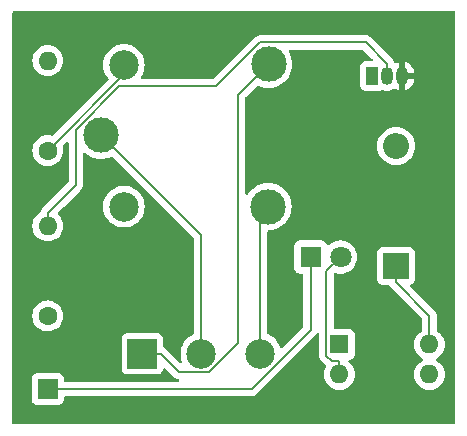
<source format=gbr>
%TF.GenerationSoftware,KiCad,Pcbnew,8.0.3*%
%TF.CreationDate,2024-08-06T14:14:26-07:00*%
%TF.ProjectId,ESP8266_HomAuto,45535038-3236-4365-9f48-6f6d4175746f,rev?*%
%TF.SameCoordinates,Original*%
%TF.FileFunction,Copper,L2,Bot*%
%TF.FilePolarity,Positive*%
%FSLAX46Y46*%
G04 Gerber Fmt 4.6, Leading zero omitted, Abs format (unit mm)*
G04 Created by KiCad (PCBNEW 8.0.3) date 2024-08-06 14:14:26*
%MOMM*%
%LPD*%
G01*
G04 APERTURE LIST*
%TA.AperFunction,ComponentPad*%
%ADD10O,1.600000X1.600000*%
%TD*%
%TA.AperFunction,ComponentPad*%
%ADD11C,1.600000*%
%TD*%
%TA.AperFunction,ComponentPad*%
%ADD12R,1.600000X1.600000*%
%TD*%
%TA.AperFunction,ComponentPad*%
%ADD13O,1.050000X1.500000*%
%TD*%
%TA.AperFunction,ComponentPad*%
%ADD14R,1.050000X1.500000*%
%TD*%
%TA.AperFunction,ComponentPad*%
%ADD15C,3.000000*%
%TD*%
%TA.AperFunction,ComponentPad*%
%ADD16C,2.500000*%
%TD*%
%TA.AperFunction,ComponentPad*%
%ADD17R,2.500000X2.500000*%
%TD*%
%TA.AperFunction,ComponentPad*%
%ADD18R,1.700000X1.700000*%
%TD*%
%TA.AperFunction,ComponentPad*%
%ADD19R,2.200000X2.200000*%
%TD*%
%TA.AperFunction,ComponentPad*%
%ADD20O,2.200000X2.200000*%
%TD*%
%TA.AperFunction,ComponentPad*%
%ADD21R,1.800000X1.800000*%
%TD*%
%TA.AperFunction,ComponentPad*%
%ADD22C,1.800000*%
%TD*%
%TA.AperFunction,Conductor*%
%ADD23C,0.200000*%
%TD*%
G04 APERTURE END LIST*
D10*
%TO.P,R2,2*%
%TO.N,Net-(Q1-B)*%
X113500000Y-80690000D03*
D11*
%TO.P,R2,1*%
%TO.N,Net-(R2-Pad1)*%
X113500000Y-88310000D03*
%TD*%
%TO.P,R1,1*%
%TO.N,+5V*%
X113500000Y-74310000D03*
D10*
%TO.P,R1,2*%
%TO.N,Net-(R1-Pad2)*%
X113500000Y-66690000D03*
%TD*%
D12*
%TO.P,U1,1*%
%TO.N,Net-(R1-Pad2)*%
X138200000Y-90725000D03*
D10*
%TO.P,U1,2*%
%TO.N,Net-(D1-A)*%
X138200000Y-93265000D03*
%TO.P,U1,3*%
%TO.N,Net-(R2-Pad1)*%
X145820000Y-93265000D03*
%TO.P,U1,4*%
%TO.N,+5V*%
X145820000Y-90725000D03*
%TD*%
D13*
%TO.P,Q1,3,E*%
%TO.N,GND*%
X143500000Y-68000000D03*
%TO.P,Q1,2,B*%
%TO.N,Net-(Q1-B)*%
X142230000Y-68000000D03*
D14*
%TO.P,Q1,1,C*%
%TO.N,Net-(D2-A)*%
X140960000Y-68000000D03*
%TD*%
D15*
%TO.P,K1,1*%
%TO.N,Net-(J2-Pin_2)*%
X118000000Y-73000000D03*
D16*
%TO.P,K1,2*%
%TO.N,Net-(D2-A)*%
X119950000Y-79050000D03*
D15*
%TO.P,K1,3*%
%TO.N,Net-(J2-Pin_3)*%
X132150000Y-79050000D03*
%TO.P,K1,4*%
%TO.N,Net-(J2-Pin_1)*%
X132200000Y-67000000D03*
D16*
%TO.P,K1,5*%
%TO.N,+5V*%
X119950000Y-67050000D03*
%TD*%
D17*
%TO.P,J2,1,Pin_1*%
%TO.N,Net-(J2-Pin_1)*%
X121500000Y-91500000D03*
D16*
%TO.P,J2,2,Pin_2*%
%TO.N,Net-(J2-Pin_2)*%
X126500000Y-91500000D03*
%TO.P,J2,3,Pin_3*%
%TO.N,Net-(J2-Pin_3)*%
X131500000Y-91500000D03*
%TD*%
D18*
%TO.P,J1,1,Pin_1*%
%TO.N,Net-(D1-K)*%
X113500000Y-94500000D03*
%TD*%
D19*
%TO.P,D2,1,K*%
%TO.N,+5V*%
X143000000Y-84080000D03*
D20*
%TO.P,D2,2,A*%
%TO.N,Net-(D2-A)*%
X143000000Y-73920000D03*
%TD*%
D21*
%TO.P,D1,1,K*%
%TO.N,Net-(D1-K)*%
X135750000Y-83325000D03*
D22*
%TO.P,D1,2,A*%
%TO.N,Net-(D1-A)*%
X138290000Y-83325000D03*
%TD*%
D23*
%TO.N,Net-(Q1-B)*%
X115868600Y-77219700D02*
X113500000Y-79588300D01*
X115868600Y-72565700D02*
X115868600Y-77219700D01*
X119561100Y-68873200D02*
X115868600Y-72565700D01*
X127745500Y-68873200D02*
X119561100Y-68873200D01*
X131461300Y-65157400D02*
X127745500Y-68873200D01*
X140439100Y-65157400D02*
X131461300Y-65157400D01*
X142230000Y-66948300D02*
X140439100Y-65157400D01*
X142230000Y-68000000D02*
X142230000Y-66948300D01*
X113500000Y-80690000D02*
X113500000Y-79588300D01*
%TO.N,Net-(J2-Pin_3)*%
X131500000Y-79700000D02*
X132150000Y-79050000D01*
X131500000Y-91500000D02*
X131500000Y-79700000D01*
%TO.N,Net-(J2-Pin_1)*%
X121500000Y-91500000D02*
X123051700Y-91500000D01*
X124612600Y-93060900D02*
X123051700Y-91500000D01*
X127166300Y-93060900D02*
X124612600Y-93060900D01*
X129616300Y-90610900D02*
X127166300Y-93060900D01*
X129616300Y-69583700D02*
X129616300Y-90610900D01*
X132200000Y-67000000D02*
X129616300Y-69583700D01*
%TO.N,Net-(J2-Pin_2)*%
X126500000Y-81500000D02*
X118000000Y-73000000D01*
X126500000Y-91500000D02*
X126500000Y-81500000D01*
%TO.N,+5V*%
X145820000Y-88301700D02*
X145820000Y-90725000D01*
X143000000Y-85481700D02*
X145820000Y-88301700D01*
X143000000Y-84080000D02*
X143000000Y-85481700D01*
X119950000Y-67860000D02*
X119950000Y-67050000D01*
X113500000Y-74310000D02*
X119950000Y-67860000D01*
%TO.N,Net-(D1-K)*%
X130752500Y-94500000D02*
X113500000Y-94500000D01*
X135750000Y-89502500D02*
X130752500Y-94500000D01*
X135750000Y-83325000D02*
X135750000Y-89502500D01*
%TO.N,Net-(D1-A)*%
X137582100Y-92163300D02*
X138200000Y-92163300D01*
X137098300Y-91679500D02*
X137582100Y-92163300D01*
X137098300Y-84516700D02*
X137098300Y-91679500D01*
X138290000Y-83325000D02*
X137098300Y-84516700D01*
X138200000Y-93265000D02*
X138200000Y-92163300D01*
%TD*%
%TA.AperFunction,Conductor*%
%TO.N,GND*%
G36*
X147942539Y-62520185D02*
G01*
X147988294Y-62572989D01*
X147999500Y-62624500D01*
X147999500Y-97375500D01*
X147979815Y-97442539D01*
X147927011Y-97488294D01*
X147875500Y-97499500D01*
X110624500Y-97499500D01*
X110557461Y-97479815D01*
X110511706Y-97427011D01*
X110500500Y-97375500D01*
X110500500Y-93602135D01*
X112149500Y-93602135D01*
X112149500Y-95397870D01*
X112149501Y-95397876D01*
X112155908Y-95457483D01*
X112206202Y-95592328D01*
X112206206Y-95592335D01*
X112292452Y-95707544D01*
X112292455Y-95707547D01*
X112407664Y-95793793D01*
X112407671Y-95793797D01*
X112542517Y-95844091D01*
X112542516Y-95844091D01*
X112549444Y-95844835D01*
X112602127Y-95850500D01*
X114397872Y-95850499D01*
X114457483Y-95844091D01*
X114592331Y-95793796D01*
X114707546Y-95707546D01*
X114793796Y-95592331D01*
X114844091Y-95457483D01*
X114850500Y-95397873D01*
X114850500Y-95224500D01*
X114870185Y-95157461D01*
X114922989Y-95111706D01*
X114974500Y-95100500D01*
X130665831Y-95100500D01*
X130665847Y-95100501D01*
X130673443Y-95100501D01*
X130831554Y-95100501D01*
X130831557Y-95100501D01*
X130984285Y-95059577D01*
X131034404Y-95030639D01*
X131121216Y-94980520D01*
X131233020Y-94868716D01*
X131233020Y-94868714D01*
X131243228Y-94858507D01*
X131243230Y-94858504D01*
X136108506Y-89993228D01*
X136108511Y-89993224D01*
X136118714Y-89983020D01*
X136118716Y-89983020D01*
X136230520Y-89871216D01*
X136266413Y-89809046D01*
X136316979Y-89760832D01*
X136385586Y-89747608D01*
X136450451Y-89773576D01*
X136490980Y-89830490D01*
X136497800Y-89871047D01*
X136497800Y-91592830D01*
X136497799Y-91592848D01*
X136497799Y-91758554D01*
X136497798Y-91758554D01*
X136497799Y-91758557D01*
X136531022Y-91882546D01*
X136538724Y-91911287D01*
X136556247Y-91941637D01*
X136556248Y-91941639D01*
X136617777Y-92048212D01*
X136617781Y-92048217D01*
X137043781Y-92474217D01*
X137077266Y-92535540D01*
X137072282Y-92605232D01*
X137068482Y-92614303D01*
X136982882Y-92797873D01*
X136973262Y-92818502D01*
X136973258Y-92818511D01*
X136914366Y-93038302D01*
X136914364Y-93038313D01*
X136894532Y-93264998D01*
X136894532Y-93265001D01*
X136914364Y-93491686D01*
X136914366Y-93491697D01*
X136973258Y-93711488D01*
X136973261Y-93711497D01*
X137069431Y-93917732D01*
X137069432Y-93917734D01*
X137199954Y-94104141D01*
X137360858Y-94265045D01*
X137360861Y-94265047D01*
X137547266Y-94395568D01*
X137753504Y-94491739D01*
X137973308Y-94550635D01*
X138135230Y-94564801D01*
X138199998Y-94570468D01*
X138200000Y-94570468D01*
X138200002Y-94570468D01*
X138256673Y-94565509D01*
X138426692Y-94550635D01*
X138646496Y-94491739D01*
X138852734Y-94395568D01*
X139039139Y-94265047D01*
X139200047Y-94104139D01*
X139330568Y-93917734D01*
X139426739Y-93711496D01*
X139485635Y-93491692D01*
X139505468Y-93265000D01*
X139504199Y-93250500D01*
X139499238Y-93193793D01*
X139485635Y-93038308D01*
X139426739Y-92818504D01*
X139330568Y-92612266D01*
X139200047Y-92425861D01*
X139200045Y-92425858D01*
X139039143Y-92264956D01*
X139014536Y-92247726D01*
X138970912Y-92193149D01*
X138963719Y-92123650D01*
X138995241Y-92061296D01*
X139055471Y-92025882D01*
X139072404Y-92022861D01*
X139107483Y-92019091D01*
X139242331Y-91968796D01*
X139357546Y-91882546D01*
X139443796Y-91767331D01*
X139494091Y-91632483D01*
X139500500Y-91572873D01*
X139500499Y-89877128D01*
X139494091Y-89817517D01*
X139490932Y-89809048D01*
X139443797Y-89682671D01*
X139443793Y-89682664D01*
X139357547Y-89567455D01*
X139357544Y-89567452D01*
X139242335Y-89481206D01*
X139242328Y-89481202D01*
X139107482Y-89430908D01*
X139107483Y-89430908D01*
X139047883Y-89424501D01*
X139047881Y-89424500D01*
X139047873Y-89424500D01*
X139047865Y-89424500D01*
X137822800Y-89424500D01*
X137755761Y-89404815D01*
X137710006Y-89352011D01*
X137698800Y-89300500D01*
X137698800Y-84816797D01*
X137718485Y-84749758D01*
X137735114Y-84729120D01*
X137765160Y-84699074D01*
X137826480Y-84665590D01*
X137893101Y-84669474D01*
X137945019Y-84687298D01*
X138173951Y-84725500D01*
X138173952Y-84725500D01*
X138406048Y-84725500D01*
X138406049Y-84725500D01*
X138634981Y-84687298D01*
X138854503Y-84611936D01*
X139058626Y-84501470D01*
X139241784Y-84358913D01*
X139398979Y-84188153D01*
X139525924Y-83993849D01*
X139619157Y-83781300D01*
X139676134Y-83556305D01*
X139695300Y-83325000D01*
X139695300Y-83324993D01*
X139676135Y-83093702D01*
X139676133Y-83093691D01*
X139635221Y-82932135D01*
X141399500Y-82932135D01*
X141399500Y-85227870D01*
X141399501Y-85227876D01*
X141405908Y-85287483D01*
X141456202Y-85422328D01*
X141456206Y-85422335D01*
X141542452Y-85537544D01*
X141542455Y-85537547D01*
X141657664Y-85623793D01*
X141657671Y-85623797D01*
X141657674Y-85623798D01*
X141792517Y-85674091D01*
X141852127Y-85680500D01*
X142349788Y-85680499D01*
X142416827Y-85700183D01*
X142457172Y-85742495D01*
X142469360Y-85763604D01*
X142519479Y-85850414D01*
X142519481Y-85850417D01*
X142638349Y-85969285D01*
X142638355Y-85969290D01*
X145183181Y-88514116D01*
X145216666Y-88575439D01*
X145219500Y-88601797D01*
X145219500Y-89493306D01*
X145199815Y-89560345D01*
X145166623Y-89594881D01*
X144980859Y-89724953D01*
X144819954Y-89885858D01*
X144689432Y-90072265D01*
X144689431Y-90072267D01*
X144593261Y-90278502D01*
X144593258Y-90278511D01*
X144534366Y-90498302D01*
X144534364Y-90498313D01*
X144514532Y-90724998D01*
X144514532Y-90725001D01*
X144534364Y-90951686D01*
X144534366Y-90951697D01*
X144593258Y-91171488D01*
X144593261Y-91171497D01*
X144689431Y-91377732D01*
X144689432Y-91377734D01*
X144819954Y-91564141D01*
X144980858Y-91725045D01*
X144980861Y-91725047D01*
X145167266Y-91855568D01*
X145225275Y-91882618D01*
X145277714Y-91928791D01*
X145296866Y-91995984D01*
X145276650Y-92062865D01*
X145225275Y-92107382D01*
X145167267Y-92134431D01*
X145167265Y-92134432D01*
X144980858Y-92264954D01*
X144819954Y-92425858D01*
X144689432Y-92612265D01*
X144689431Y-92612267D01*
X144593261Y-92818502D01*
X144593258Y-92818511D01*
X144534366Y-93038302D01*
X144534364Y-93038313D01*
X144514532Y-93264998D01*
X144514532Y-93265001D01*
X144534364Y-93491686D01*
X144534366Y-93491697D01*
X144593258Y-93711488D01*
X144593261Y-93711497D01*
X144689431Y-93917732D01*
X144689432Y-93917734D01*
X144819954Y-94104141D01*
X144980858Y-94265045D01*
X144980861Y-94265047D01*
X145167266Y-94395568D01*
X145373504Y-94491739D01*
X145593308Y-94550635D01*
X145755230Y-94564801D01*
X145819998Y-94570468D01*
X145820000Y-94570468D01*
X145820002Y-94570468D01*
X145876673Y-94565509D01*
X146046692Y-94550635D01*
X146266496Y-94491739D01*
X146472734Y-94395568D01*
X146659139Y-94265047D01*
X146820047Y-94104139D01*
X146950568Y-93917734D01*
X147046739Y-93711496D01*
X147105635Y-93491692D01*
X147125468Y-93265000D01*
X147124199Y-93250500D01*
X147119238Y-93193793D01*
X147105635Y-93038308D01*
X147046739Y-92818504D01*
X146950568Y-92612266D01*
X146820047Y-92425861D01*
X146820045Y-92425858D01*
X146659141Y-92264954D01*
X146472734Y-92134432D01*
X146472728Y-92134429D01*
X146414725Y-92107382D01*
X146362285Y-92061210D01*
X146343133Y-91994017D01*
X146363348Y-91927135D01*
X146414725Y-91882618D01*
X146472734Y-91855568D01*
X146659139Y-91725047D01*
X146820047Y-91564139D01*
X146950568Y-91377734D01*
X147046739Y-91171496D01*
X147105635Y-90951692D01*
X147125468Y-90725000D01*
X147105635Y-90498308D01*
X147046739Y-90278504D01*
X146950568Y-90072266D01*
X146824664Y-89892455D01*
X146820045Y-89885858D01*
X146659140Y-89724953D01*
X146473377Y-89594881D01*
X146429752Y-89540304D01*
X146420500Y-89493306D01*
X146420500Y-88222645D01*
X146420500Y-88222643D01*
X146383166Y-88083308D01*
X146379577Y-88069915D01*
X146350639Y-88019795D01*
X146300520Y-87932984D01*
X146188716Y-87821180D01*
X146188715Y-87821179D01*
X146184385Y-87816849D01*
X146184374Y-87816839D01*
X144223117Y-85855582D01*
X144189632Y-85794259D01*
X144194616Y-85724567D01*
X144236488Y-85668634D01*
X144267466Y-85651719D01*
X144342326Y-85623798D01*
X144342326Y-85623797D01*
X144342331Y-85623796D01*
X144457546Y-85537546D01*
X144543796Y-85422331D01*
X144594091Y-85287483D01*
X144600500Y-85227873D01*
X144600499Y-82932128D01*
X144594091Y-82872517D01*
X144592667Y-82868700D01*
X144543797Y-82737671D01*
X144543793Y-82737664D01*
X144457547Y-82622455D01*
X144457544Y-82622452D01*
X144342335Y-82536206D01*
X144342328Y-82536202D01*
X144207482Y-82485908D01*
X144207483Y-82485908D01*
X144147883Y-82479501D01*
X144147881Y-82479500D01*
X144147873Y-82479500D01*
X144147864Y-82479500D01*
X141852129Y-82479500D01*
X141852123Y-82479501D01*
X141792516Y-82485908D01*
X141657671Y-82536202D01*
X141657664Y-82536206D01*
X141542455Y-82622452D01*
X141542452Y-82622455D01*
X141456206Y-82737664D01*
X141456202Y-82737671D01*
X141405908Y-82872517D01*
X141399501Y-82932116D01*
X141399501Y-82932123D01*
X141399500Y-82932135D01*
X139635221Y-82932135D01*
X139619157Y-82868699D01*
X139525924Y-82656151D01*
X139398983Y-82461852D01*
X139398980Y-82461849D01*
X139398979Y-82461847D01*
X139241784Y-82291087D01*
X139241779Y-82291083D01*
X139241777Y-82291081D01*
X139058634Y-82148535D01*
X139058628Y-82148531D01*
X138854504Y-82038064D01*
X138854495Y-82038061D01*
X138634984Y-81962702D01*
X138444450Y-81930908D01*
X138406049Y-81924500D01*
X138173951Y-81924500D01*
X138135550Y-81930908D01*
X137945015Y-81962702D01*
X137725504Y-82038061D01*
X137725495Y-82038064D01*
X137521371Y-82148531D01*
X137521365Y-82148535D01*
X137338222Y-82291081D01*
X137338218Y-82291085D01*
X137329866Y-82300158D01*
X137269979Y-82336148D01*
X137200141Y-82334047D01*
X137142525Y-82294522D01*
X137122455Y-82259507D01*
X137093797Y-82182671D01*
X137093793Y-82182664D01*
X137007547Y-82067455D01*
X137007544Y-82067452D01*
X136892335Y-81981206D01*
X136892328Y-81981202D01*
X136757482Y-81930908D01*
X136757483Y-81930908D01*
X136697883Y-81924501D01*
X136697881Y-81924500D01*
X136697873Y-81924500D01*
X136697864Y-81924500D01*
X134802129Y-81924500D01*
X134802123Y-81924501D01*
X134742516Y-81930908D01*
X134607671Y-81981202D01*
X134607664Y-81981206D01*
X134492455Y-82067452D01*
X134492452Y-82067455D01*
X134406206Y-82182664D01*
X134406202Y-82182671D01*
X134355908Y-82317517D01*
X134349501Y-82377116D01*
X134349500Y-82377135D01*
X134349500Y-84272870D01*
X134349501Y-84272876D01*
X134355908Y-84332483D01*
X134406202Y-84467328D01*
X134406206Y-84467335D01*
X134492452Y-84582544D01*
X134492455Y-84582547D01*
X134607664Y-84668793D01*
X134607671Y-84668797D01*
X134609489Y-84669475D01*
X134742517Y-84719091D01*
X134802127Y-84725500D01*
X135025500Y-84725499D01*
X135092539Y-84745183D01*
X135138294Y-84797987D01*
X135149500Y-84849499D01*
X135149500Y-89202402D01*
X135129815Y-89269441D01*
X135113181Y-89290083D01*
X133379901Y-91023363D01*
X133318578Y-91056848D01*
X133248886Y-91051864D01*
X133192953Y-91009992D01*
X133176792Y-90980984D01*
X133169661Y-90962815D01*
X133081568Y-90738357D01*
X132950386Y-90511143D01*
X132786805Y-90306019D01*
X132786804Y-90306018D01*
X132786801Y-90306014D01*
X132594479Y-90127567D01*
X132418621Y-90007669D01*
X132377704Y-89979772D01*
X132377701Y-89979771D01*
X132377699Y-89979769D01*
X132170698Y-89880083D01*
X132118839Y-89833261D01*
X132100500Y-89768363D01*
X132100500Y-81174598D01*
X132120185Y-81107559D01*
X132172989Y-81061804D01*
X132215651Y-81050914D01*
X132435428Y-81035196D01*
X132507674Y-81019480D01*
X132715037Y-80974371D01*
X132715037Y-80974370D01*
X132715046Y-80974369D01*
X132983161Y-80874367D01*
X133234315Y-80737226D01*
X133463395Y-80565739D01*
X133665739Y-80363395D01*
X133837226Y-80134315D01*
X133974367Y-79883161D01*
X134074369Y-79615046D01*
X134135196Y-79335428D01*
X134155610Y-79050000D01*
X134135196Y-78764572D01*
X134084730Y-78532584D01*
X134074371Y-78484962D01*
X134074370Y-78484960D01*
X134074369Y-78484954D01*
X133974367Y-78216839D01*
X133837231Y-77965695D01*
X133837229Y-77965690D01*
X133837224Y-77965682D01*
X133665745Y-77736612D01*
X133665729Y-77736594D01*
X133463405Y-77534270D01*
X133463387Y-77534254D01*
X133234317Y-77362775D01*
X133234309Y-77362770D01*
X132983166Y-77225635D01*
X132983167Y-77225635D01*
X132875915Y-77185632D01*
X132715046Y-77125631D01*
X132715043Y-77125630D01*
X132715037Y-77125628D01*
X132435433Y-77064804D01*
X132150001Y-77044390D01*
X132149999Y-77044390D01*
X131864566Y-77064804D01*
X131584962Y-77125628D01*
X131316833Y-77225635D01*
X131065690Y-77362770D01*
X131065682Y-77362775D01*
X130836612Y-77534254D01*
X130836594Y-77534270D01*
X130634270Y-77736594D01*
X130634254Y-77736612D01*
X130462775Y-77965682D01*
X130462767Y-77965695D01*
X130449631Y-77989752D01*
X130400225Y-78039157D01*
X130331952Y-78054008D01*
X130266488Y-78029590D01*
X130224618Y-77973656D01*
X130216800Y-77930324D01*
X130216800Y-73920000D01*
X141394551Y-73920000D01*
X141414317Y-74171151D01*
X141473126Y-74416110D01*
X141569533Y-74648859D01*
X141701160Y-74863653D01*
X141701161Y-74863656D01*
X141701164Y-74863659D01*
X141864776Y-75055224D01*
X141974739Y-75149141D01*
X142056343Y-75218838D01*
X142056346Y-75218839D01*
X142271140Y-75350466D01*
X142488665Y-75440567D01*
X142503889Y-75446873D01*
X142748852Y-75505683D01*
X143000000Y-75525449D01*
X143251148Y-75505683D01*
X143496111Y-75446873D01*
X143728859Y-75350466D01*
X143943659Y-75218836D01*
X144135224Y-75055224D01*
X144298836Y-74863659D01*
X144430466Y-74648859D01*
X144526873Y-74416111D01*
X144585683Y-74171148D01*
X144605449Y-73920000D01*
X144585683Y-73668852D01*
X144526873Y-73423889D01*
X144479680Y-73309954D01*
X144430466Y-73191140D01*
X144298839Y-72976346D01*
X144298838Y-72976343D01*
X144261875Y-72933066D01*
X144135224Y-72784776D01*
X144008571Y-72676604D01*
X143943656Y-72621161D01*
X143943653Y-72621160D01*
X143728859Y-72489533D01*
X143496110Y-72393126D01*
X143251151Y-72334317D01*
X143000000Y-72314551D01*
X142748848Y-72334317D01*
X142503889Y-72393126D01*
X142271140Y-72489533D01*
X142056346Y-72621160D01*
X142056343Y-72621161D01*
X141864776Y-72784776D01*
X141701161Y-72976343D01*
X141701160Y-72976346D01*
X141569533Y-73191140D01*
X141473126Y-73423889D01*
X141414317Y-73668848D01*
X141394551Y-73920000D01*
X130216800Y-73920000D01*
X130216800Y-69883796D01*
X130236485Y-69816757D01*
X130253114Y-69796119D01*
X131209374Y-68839859D01*
X131270695Y-68806376D01*
X131340386Y-68811360D01*
X131356474Y-68818707D01*
X131366839Y-68824367D01*
X131634954Y-68924369D01*
X131634960Y-68924370D01*
X131634962Y-68924371D01*
X131914566Y-68985195D01*
X131914568Y-68985195D01*
X131914572Y-68985196D01*
X132168220Y-69003337D01*
X132199999Y-69005610D01*
X132200000Y-69005610D01*
X132200001Y-69005610D01*
X132228595Y-69003564D01*
X132485428Y-68985196D01*
X132765046Y-68924369D01*
X133033161Y-68824367D01*
X133284315Y-68687226D01*
X133513395Y-68515739D01*
X133715739Y-68313395D01*
X133887226Y-68084315D01*
X134024367Y-67833161D01*
X134124369Y-67565046D01*
X134185196Y-67285428D01*
X134205610Y-67000000D01*
X134185196Y-66714572D01*
X134179850Y-66689998D01*
X134124371Y-66434962D01*
X134124370Y-66434960D01*
X134124369Y-66434954D01*
X134024367Y-66166839D01*
X134024364Y-66166833D01*
X133901228Y-65941327D01*
X133886376Y-65873054D01*
X133910793Y-65807590D01*
X133966726Y-65765718D01*
X134010060Y-65757900D01*
X140139003Y-65757900D01*
X140206042Y-65777585D01*
X140226684Y-65794219D01*
X140970284Y-66537819D01*
X141003769Y-66599142D01*
X140998785Y-66668834D01*
X140956913Y-66724767D01*
X140891449Y-66749184D01*
X140882603Y-66749500D01*
X140387129Y-66749500D01*
X140387123Y-66749501D01*
X140327516Y-66755908D01*
X140192671Y-66806202D01*
X140192664Y-66806206D01*
X140077455Y-66892452D01*
X140077452Y-66892455D01*
X139991206Y-67007664D01*
X139991202Y-67007671D01*
X139940908Y-67142517D01*
X139934501Y-67202116D01*
X139934500Y-67202135D01*
X139934500Y-68797870D01*
X139934501Y-68797876D01*
X139940908Y-68857483D01*
X139991202Y-68992328D01*
X139991206Y-68992335D01*
X140077452Y-69107544D01*
X140077455Y-69107547D01*
X140192664Y-69193793D01*
X140192671Y-69193797D01*
X140327517Y-69244091D01*
X140327516Y-69244091D01*
X140334444Y-69244835D01*
X140387127Y-69250500D01*
X141532872Y-69250499D01*
X141592483Y-69244091D01*
X141727331Y-69193796D01*
X141728430Y-69192972D01*
X141729717Y-69192492D01*
X141735112Y-69189547D01*
X141735535Y-69190322D01*
X141793887Y-69168552D01*
X141850198Y-69177673D01*
X141930873Y-69211091D01*
X142085827Y-69241913D01*
X142128992Y-69250499D01*
X142128996Y-69250500D01*
X142128997Y-69250500D01*
X142331004Y-69250500D01*
X142331005Y-69250499D01*
X142529127Y-69211091D01*
X142715756Y-69133786D01*
X142796562Y-69079792D01*
X142863234Y-69058917D01*
X142930614Y-69077401D01*
X142934340Y-69079795D01*
X143014479Y-69133343D01*
X143014486Y-69133347D01*
X143201016Y-69210609D01*
X143201025Y-69210612D01*
X143250000Y-69220353D01*
X143250000Y-68365865D01*
X143252383Y-68341671D01*
X143255500Y-68326002D01*
X143255500Y-68285830D01*
X143269745Y-68300075D01*
X143355255Y-68349444D01*
X143450630Y-68375000D01*
X143549370Y-68375000D01*
X143644745Y-68349444D01*
X143730255Y-68300075D01*
X143750000Y-68280330D01*
X143750000Y-69220352D01*
X143798974Y-69210612D01*
X143798983Y-69210609D01*
X143985513Y-69133347D01*
X143985526Y-69133340D01*
X144153399Y-69021170D01*
X144153403Y-69021167D01*
X144296167Y-68878403D01*
X144296170Y-68878399D01*
X144408340Y-68710526D01*
X144408347Y-68710513D01*
X144485609Y-68523983D01*
X144485612Y-68523974D01*
X144524999Y-68325958D01*
X144525000Y-68325955D01*
X144525000Y-68250000D01*
X143780330Y-68250000D01*
X143800075Y-68230255D01*
X143849444Y-68144745D01*
X143875000Y-68049370D01*
X143875000Y-67950630D01*
X143849444Y-67855255D01*
X143800075Y-67769745D01*
X143780330Y-67750000D01*
X144525000Y-67750000D01*
X144525000Y-67674045D01*
X144524999Y-67674041D01*
X144485612Y-67476025D01*
X144485609Y-67476016D01*
X144408347Y-67289486D01*
X144408340Y-67289473D01*
X144296170Y-67121600D01*
X144296167Y-67121596D01*
X144153403Y-66978832D01*
X144153399Y-66978829D01*
X143985526Y-66866659D01*
X143985513Y-66866652D01*
X143798984Y-66789390D01*
X143798977Y-66789388D01*
X143750000Y-66779645D01*
X143750000Y-67719670D01*
X143730255Y-67699925D01*
X143644745Y-67650556D01*
X143549370Y-67625000D01*
X143450630Y-67625000D01*
X143355255Y-67650556D01*
X143269745Y-67699925D01*
X143255500Y-67714170D01*
X143255500Y-67673996D01*
X143255499Y-67673995D01*
X143252383Y-67658326D01*
X143250000Y-67634134D01*
X143250000Y-66779646D01*
X143249999Y-66779645D01*
X143201022Y-66789388D01*
X143201015Y-66789390D01*
X143014481Y-66866654D01*
X143001721Y-66875180D01*
X142935043Y-66896053D01*
X142867664Y-66877564D01*
X142820977Y-66825583D01*
X142813062Y-66804164D01*
X142809103Y-66789390D01*
X142800737Y-66758165D01*
X142789577Y-66716515D01*
X142774268Y-66690001D01*
X142760639Y-66666395D01*
X142760637Y-66666392D01*
X142710520Y-66579584D01*
X142598716Y-66467780D01*
X142598715Y-66467779D01*
X142594385Y-66463449D01*
X142594374Y-66463439D01*
X140926690Y-64795755D01*
X140926688Y-64795752D01*
X140807817Y-64676881D01*
X140807816Y-64676880D01*
X140721004Y-64626760D01*
X140721004Y-64626759D01*
X140721000Y-64626758D01*
X140670885Y-64597823D01*
X140518157Y-64556899D01*
X140360043Y-64556899D01*
X140352447Y-64556899D01*
X140352431Y-64556900D01*
X131547970Y-64556900D01*
X131547954Y-64556899D01*
X131540358Y-64556899D01*
X131382243Y-64556899D01*
X131305879Y-64577361D01*
X131229514Y-64597823D01*
X131229509Y-64597826D01*
X131092590Y-64676875D01*
X131092582Y-64676881D01*
X127533084Y-68236381D01*
X127471761Y-68269866D01*
X127445403Y-68272700D01*
X121471391Y-68272700D01*
X121404352Y-68253015D01*
X121358597Y-68200211D01*
X121348653Y-68131053D01*
X121374444Y-68071387D01*
X121400386Y-68038857D01*
X121531568Y-67811643D01*
X121627420Y-67567416D01*
X121685802Y-67311630D01*
X121685803Y-67311620D01*
X121705408Y-67050004D01*
X121705408Y-67049995D01*
X121685803Y-66788379D01*
X121685802Y-66788374D01*
X121685802Y-66788370D01*
X121627420Y-66532584D01*
X121531568Y-66288357D01*
X121400386Y-66061143D01*
X121236805Y-65856019D01*
X121236804Y-65856018D01*
X121236801Y-65856014D01*
X121044479Y-65677567D01*
X120827704Y-65529772D01*
X120827700Y-65529770D01*
X120827697Y-65529768D01*
X120827696Y-65529767D01*
X120591325Y-65415938D01*
X120591327Y-65415938D01*
X120340623Y-65338606D01*
X120340619Y-65338605D01*
X120340615Y-65338604D01*
X120215823Y-65319794D01*
X120081187Y-65299500D01*
X120081182Y-65299500D01*
X119818818Y-65299500D01*
X119818812Y-65299500D01*
X119657247Y-65323853D01*
X119559385Y-65338604D01*
X119559382Y-65338605D01*
X119559376Y-65338606D01*
X119308673Y-65415938D01*
X119072303Y-65529767D01*
X119072302Y-65529768D01*
X118855520Y-65677567D01*
X118663198Y-65856014D01*
X118499614Y-66061143D01*
X118368432Y-66288356D01*
X118272582Y-66532578D01*
X118272576Y-66532597D01*
X118214197Y-66788374D01*
X118214196Y-66788379D01*
X118194592Y-67049995D01*
X118194592Y-67050004D01*
X118214196Y-67311620D01*
X118214197Y-67311625D01*
X118272576Y-67567402D01*
X118272578Y-67567411D01*
X118272580Y-67567416D01*
X118368432Y-67811643D01*
X118499614Y-68038857D01*
X118573138Y-68131053D01*
X118617879Y-68187156D01*
X118644288Y-68251843D01*
X118631531Y-68320538D01*
X118608613Y-68352150D01*
X113942705Y-73018058D01*
X113881382Y-73051543D01*
X113822931Y-73050152D01*
X113726697Y-73024366D01*
X113726693Y-73024365D01*
X113726692Y-73024365D01*
X113726691Y-73024364D01*
X113726686Y-73024364D01*
X113500002Y-73004532D01*
X113499998Y-73004532D01*
X113273313Y-73024364D01*
X113273302Y-73024366D01*
X113053511Y-73083258D01*
X113053502Y-73083261D01*
X112847267Y-73179431D01*
X112847265Y-73179432D01*
X112660858Y-73309954D01*
X112499954Y-73470858D01*
X112369432Y-73657265D01*
X112369431Y-73657267D01*
X112273261Y-73863502D01*
X112273258Y-73863511D01*
X112214366Y-74083302D01*
X112214364Y-74083313D01*
X112194532Y-74309998D01*
X112194532Y-74310001D01*
X112214364Y-74536686D01*
X112214366Y-74536697D01*
X112273258Y-74756488D01*
X112273261Y-74756497D01*
X112369431Y-74962732D01*
X112369432Y-74962734D01*
X112499954Y-75149141D01*
X112660858Y-75310045D01*
X112660861Y-75310047D01*
X112847266Y-75440568D01*
X113053504Y-75536739D01*
X113273308Y-75595635D01*
X113435230Y-75609801D01*
X113499998Y-75615468D01*
X113500000Y-75615468D01*
X113500002Y-75615468D01*
X113556673Y-75610509D01*
X113726692Y-75595635D01*
X113946496Y-75536739D01*
X114152734Y-75440568D01*
X114339139Y-75310047D01*
X114500047Y-75149139D01*
X114630568Y-74962734D01*
X114726739Y-74756496D01*
X114785635Y-74536692D01*
X114805468Y-74310000D01*
X114785635Y-74083308D01*
X114759847Y-73987066D01*
X114761510Y-73917217D01*
X114791939Y-73867294D01*
X115056420Y-73602814D01*
X115117742Y-73569330D01*
X115187434Y-73574314D01*
X115243367Y-73616186D01*
X115267784Y-73681650D01*
X115268100Y-73690496D01*
X115268100Y-76919602D01*
X115248415Y-76986641D01*
X115231781Y-77007283D01*
X113019481Y-79219582D01*
X113019479Y-79219585D01*
X112983570Y-79281783D01*
X112983569Y-79281785D01*
X112940423Y-79356514D01*
X112906443Y-79483329D01*
X112870077Y-79542989D01*
X112848680Y-79558615D01*
X112847272Y-79559427D01*
X112660858Y-79689954D01*
X112499954Y-79850858D01*
X112369432Y-80037265D01*
X112369431Y-80037267D01*
X112273261Y-80243502D01*
X112273258Y-80243511D01*
X112214366Y-80463302D01*
X112214364Y-80463313D01*
X112194532Y-80689998D01*
X112194532Y-80690001D01*
X112214364Y-80916686D01*
X112214366Y-80916697D01*
X112273258Y-81136488D01*
X112273261Y-81136497D01*
X112369431Y-81342732D01*
X112369432Y-81342734D01*
X112499954Y-81529141D01*
X112660858Y-81690045D01*
X112707693Y-81722839D01*
X112847266Y-81820568D01*
X113053504Y-81916739D01*
X113053509Y-81916740D01*
X113053511Y-81916741D01*
X113082472Y-81924501D01*
X113273308Y-81975635D01*
X113435230Y-81989801D01*
X113499998Y-81995468D01*
X113500000Y-81995468D01*
X113500002Y-81995468D01*
X113556673Y-81990509D01*
X113726692Y-81975635D01*
X113946496Y-81916739D01*
X114152734Y-81820568D01*
X114339139Y-81690047D01*
X114500047Y-81529139D01*
X114630568Y-81342734D01*
X114726739Y-81136496D01*
X114785635Y-80916692D01*
X114805468Y-80690000D01*
X114804948Y-80684061D01*
X114795461Y-80575624D01*
X114785635Y-80463308D01*
X114726739Y-80243504D01*
X114630568Y-80037266D01*
X114522667Y-79883166D01*
X114500045Y-79850858D01*
X114381041Y-79731854D01*
X114347556Y-79670531D01*
X114352540Y-79600839D01*
X114381039Y-79556494D01*
X114887538Y-79049995D01*
X118194592Y-79049995D01*
X118194592Y-79050004D01*
X118214196Y-79311620D01*
X118214197Y-79311625D01*
X118272576Y-79567402D01*
X118272578Y-79567411D01*
X118272580Y-79567416D01*
X118368432Y-79811643D01*
X118499614Y-80038857D01*
X118575741Y-80134317D01*
X118663198Y-80243985D01*
X118844753Y-80412441D01*
X118855521Y-80422433D01*
X119072296Y-80570228D01*
X119072301Y-80570230D01*
X119072302Y-80570231D01*
X119072303Y-80570232D01*
X119160741Y-80612821D01*
X119308673Y-80684061D01*
X119308674Y-80684061D01*
X119308677Y-80684063D01*
X119559385Y-80761396D01*
X119818818Y-80800500D01*
X120081182Y-80800500D01*
X120340615Y-80761396D01*
X120591323Y-80684063D01*
X120827704Y-80570228D01*
X121044479Y-80422433D01*
X121236805Y-80243981D01*
X121400386Y-80038857D01*
X121531568Y-79811643D01*
X121627420Y-79567416D01*
X121685802Y-79311630D01*
X121701078Y-79107780D01*
X121705408Y-79050004D01*
X121705408Y-79049995D01*
X121685803Y-78788379D01*
X121685802Y-78788374D01*
X121685802Y-78788370D01*
X121627420Y-78532584D01*
X121531568Y-78288357D01*
X121400386Y-78061143D01*
X121236805Y-77856019D01*
X121236804Y-77856018D01*
X121236801Y-77856014D01*
X121044479Y-77677567D01*
X120827704Y-77529772D01*
X120827700Y-77529770D01*
X120827697Y-77529768D01*
X120827696Y-77529767D01*
X120591325Y-77415938D01*
X120591327Y-77415938D01*
X120340623Y-77338606D01*
X120340619Y-77338605D01*
X120340615Y-77338604D01*
X120215823Y-77319794D01*
X120081187Y-77299500D01*
X120081182Y-77299500D01*
X119818818Y-77299500D01*
X119818812Y-77299500D01*
X119657247Y-77323853D01*
X119559385Y-77338604D01*
X119559382Y-77338605D01*
X119559376Y-77338606D01*
X119308673Y-77415938D01*
X119072303Y-77529767D01*
X119072302Y-77529768D01*
X118855520Y-77677567D01*
X118663198Y-77856014D01*
X118499614Y-78061143D01*
X118368432Y-78288356D01*
X118272582Y-78532578D01*
X118272576Y-78532597D01*
X118214197Y-78788374D01*
X118214196Y-78788379D01*
X118194592Y-79049995D01*
X114887538Y-79049995D01*
X116237313Y-77700221D01*
X116237316Y-77700220D01*
X116349120Y-77588416D01*
X116399239Y-77501604D01*
X116428177Y-77451485D01*
X116469100Y-77298758D01*
X116469100Y-77140643D01*
X116469100Y-74597597D01*
X116488785Y-74530558D01*
X116541589Y-74484803D01*
X116610747Y-74474859D01*
X116674303Y-74503884D01*
X116680781Y-74509916D01*
X116686594Y-74515729D01*
X116686612Y-74515745D01*
X116915682Y-74687224D01*
X116915690Y-74687229D01*
X117166833Y-74824364D01*
X117166832Y-74824364D01*
X117166836Y-74824365D01*
X117166839Y-74824367D01*
X117434954Y-74924369D01*
X117434960Y-74924370D01*
X117434962Y-74924371D01*
X117714566Y-74985195D01*
X117714568Y-74985195D01*
X117714572Y-74985196D01*
X117968220Y-75003337D01*
X117999999Y-75005610D01*
X118000000Y-75005610D01*
X118000001Y-75005610D01*
X118028595Y-75003564D01*
X118285428Y-74985196D01*
X118388685Y-74962734D01*
X118565037Y-74924371D01*
X118565037Y-74924370D01*
X118565046Y-74924369D01*
X118833161Y-74824367D01*
X118843519Y-74818710D01*
X118911791Y-74803859D01*
X118977255Y-74828275D01*
X118990627Y-74839862D01*
X125863181Y-81712416D01*
X125896666Y-81773739D01*
X125899500Y-81800097D01*
X125899500Y-89768363D01*
X125879815Y-89835402D01*
X125829302Y-89880083D01*
X125622300Y-89979769D01*
X125405520Y-90127567D01*
X125213198Y-90306014D01*
X125049614Y-90511143D01*
X124918432Y-90738356D01*
X124822582Y-90982578D01*
X124822576Y-90982597D01*
X124764197Y-91238374D01*
X124764196Y-91238379D01*
X124744592Y-91499995D01*
X124744592Y-91500004D01*
X124764196Y-91761620D01*
X124764197Y-91761625D01*
X124822576Y-92017402D01*
X124822582Y-92017421D01*
X124866597Y-92129570D01*
X124872766Y-92199167D01*
X124840328Y-92261050D01*
X124779583Y-92295573D01*
X124709816Y-92291774D01*
X124663488Y-92262553D01*
X123539290Y-91138355D01*
X123539288Y-91138352D01*
X123420417Y-91019481D01*
X123420416Y-91019480D01*
X123333604Y-90969360D01*
X123333604Y-90969358D01*
X123333599Y-90969357D01*
X123322047Y-90962687D01*
X123312495Y-90957172D01*
X123264281Y-90906602D01*
X123250499Y-90849787D01*
X123250499Y-90202129D01*
X123250498Y-90202123D01*
X123250497Y-90202116D01*
X123244091Y-90142517D01*
X123238570Y-90127715D01*
X123193797Y-90007671D01*
X123193793Y-90007664D01*
X123107547Y-89892455D01*
X123107544Y-89892452D01*
X122992335Y-89806206D01*
X122992328Y-89806202D01*
X122857482Y-89755908D01*
X122857483Y-89755908D01*
X122797883Y-89749501D01*
X122797881Y-89749500D01*
X122797873Y-89749500D01*
X122797864Y-89749500D01*
X120202129Y-89749500D01*
X120202123Y-89749501D01*
X120142516Y-89755908D01*
X120007671Y-89806202D01*
X120007664Y-89806206D01*
X119892455Y-89892452D01*
X119892452Y-89892455D01*
X119806206Y-90007664D01*
X119806202Y-90007671D01*
X119755908Y-90142517D01*
X119749501Y-90202116D01*
X119749501Y-90202123D01*
X119749500Y-90202135D01*
X119749500Y-92797870D01*
X119749501Y-92797876D01*
X119755908Y-92857483D01*
X119806202Y-92992328D01*
X119806206Y-92992335D01*
X119892452Y-93107544D01*
X119892455Y-93107547D01*
X120007664Y-93193793D01*
X120007671Y-93193797D01*
X120142517Y-93244091D01*
X120142516Y-93244091D01*
X120149444Y-93244835D01*
X120202127Y-93250500D01*
X122797872Y-93250499D01*
X122857483Y-93244091D01*
X122992331Y-93193796D01*
X123107546Y-93107546D01*
X123193796Y-92992331D01*
X123244091Y-92857483D01*
X123247048Y-92829976D01*
X123273785Y-92765428D01*
X123331177Y-92725580D01*
X123401002Y-92723086D01*
X123458018Y-92755553D01*
X124127739Y-93425274D01*
X124127749Y-93425285D01*
X124132079Y-93429615D01*
X124132080Y-93429616D01*
X124243884Y-93541420D01*
X124330695Y-93591539D01*
X124330697Y-93591541D01*
X124368751Y-93613511D01*
X124380815Y-93620477D01*
X124512365Y-93655726D01*
X124572023Y-93692090D01*
X124602552Y-93754937D01*
X124594257Y-93824313D01*
X124549772Y-93878191D01*
X124483220Y-93899465D01*
X124480269Y-93899500D01*
X114974499Y-93899500D01*
X114907460Y-93879815D01*
X114861705Y-93827011D01*
X114850499Y-93775500D01*
X114850499Y-93602129D01*
X114850498Y-93602123D01*
X114850497Y-93602116D01*
X114844091Y-93542517D01*
X114843681Y-93541419D01*
X114793797Y-93407671D01*
X114793793Y-93407664D01*
X114707547Y-93292455D01*
X114707544Y-93292452D01*
X114592335Y-93206206D01*
X114592328Y-93206202D01*
X114457482Y-93155908D01*
X114457483Y-93155908D01*
X114397883Y-93149501D01*
X114397881Y-93149500D01*
X114397873Y-93149500D01*
X114397864Y-93149500D01*
X112602129Y-93149500D01*
X112602123Y-93149501D01*
X112542516Y-93155908D01*
X112407671Y-93206202D01*
X112407664Y-93206206D01*
X112292455Y-93292452D01*
X112292452Y-93292455D01*
X112206206Y-93407664D01*
X112206202Y-93407671D01*
X112155908Y-93542517D01*
X112150638Y-93591539D01*
X112149501Y-93602123D01*
X112149500Y-93602135D01*
X110500500Y-93602135D01*
X110500500Y-88309998D01*
X112194532Y-88309998D01*
X112194532Y-88310001D01*
X112214364Y-88536686D01*
X112214366Y-88536697D01*
X112273258Y-88756488D01*
X112273261Y-88756497D01*
X112369431Y-88962732D01*
X112369432Y-88962734D01*
X112499954Y-89149141D01*
X112660858Y-89310045D01*
X112660861Y-89310047D01*
X112847266Y-89440568D01*
X113053504Y-89536739D01*
X113053509Y-89536740D01*
X113053511Y-89536741D01*
X113106415Y-89550916D01*
X113273308Y-89595635D01*
X113435230Y-89609801D01*
X113499998Y-89615468D01*
X113500000Y-89615468D01*
X113500002Y-89615468D01*
X113556673Y-89610509D01*
X113726692Y-89595635D01*
X113946496Y-89536739D01*
X114152734Y-89440568D01*
X114339139Y-89310047D01*
X114500047Y-89149139D01*
X114630568Y-88962734D01*
X114726739Y-88756496D01*
X114785635Y-88536692D01*
X114805468Y-88310000D01*
X114785635Y-88083308D01*
X114726739Y-87863504D01*
X114630568Y-87657266D01*
X114500047Y-87470861D01*
X114500045Y-87470858D01*
X114339141Y-87309954D01*
X114152734Y-87179432D01*
X114152732Y-87179431D01*
X113946497Y-87083261D01*
X113946488Y-87083258D01*
X113726697Y-87024366D01*
X113726693Y-87024365D01*
X113726692Y-87024365D01*
X113726691Y-87024364D01*
X113726686Y-87024364D01*
X113500002Y-87004532D01*
X113499998Y-87004532D01*
X113273313Y-87024364D01*
X113273302Y-87024366D01*
X113053511Y-87083258D01*
X113053502Y-87083261D01*
X112847267Y-87179431D01*
X112847265Y-87179432D01*
X112660858Y-87309954D01*
X112499954Y-87470858D01*
X112369432Y-87657265D01*
X112369431Y-87657267D01*
X112273261Y-87863502D01*
X112273258Y-87863511D01*
X112214366Y-88083302D01*
X112214365Y-88083309D01*
X112194532Y-88309998D01*
X110500500Y-88309998D01*
X110500500Y-66689998D01*
X112194532Y-66689998D01*
X112194532Y-66690001D01*
X112214364Y-66916686D01*
X112214366Y-66916697D01*
X112273258Y-67136488D01*
X112273261Y-67136497D01*
X112369431Y-67342732D01*
X112369432Y-67342734D01*
X112499954Y-67529141D01*
X112660858Y-67690045D01*
X112660861Y-67690047D01*
X112847266Y-67820568D01*
X113053504Y-67916739D01*
X113053509Y-67916740D01*
X113053511Y-67916741D01*
X113106415Y-67930916D01*
X113273308Y-67975635D01*
X113435230Y-67989801D01*
X113499998Y-67995468D01*
X113500000Y-67995468D01*
X113500002Y-67995468D01*
X113556673Y-67990509D01*
X113726692Y-67975635D01*
X113946496Y-67916739D01*
X114152734Y-67820568D01*
X114339139Y-67690047D01*
X114500047Y-67529139D01*
X114630568Y-67342734D01*
X114726739Y-67136496D01*
X114785635Y-66916692D01*
X114805468Y-66690000D01*
X114785635Y-66463308D01*
X114726739Y-66243504D01*
X114630568Y-66037266D01*
X114500047Y-65850861D01*
X114500045Y-65850858D01*
X114339141Y-65689954D01*
X114152734Y-65559432D01*
X114152732Y-65559431D01*
X113946497Y-65463261D01*
X113946488Y-65463258D01*
X113726697Y-65404366D01*
X113726693Y-65404365D01*
X113726692Y-65404365D01*
X113726691Y-65404364D01*
X113726686Y-65404364D01*
X113500002Y-65384532D01*
X113499998Y-65384532D01*
X113273313Y-65404364D01*
X113273302Y-65404366D01*
X113053511Y-65463258D01*
X113053502Y-65463261D01*
X112847267Y-65559431D01*
X112847265Y-65559432D01*
X112660858Y-65689954D01*
X112499954Y-65850858D01*
X112369432Y-66037265D01*
X112369431Y-66037267D01*
X112273261Y-66243502D01*
X112273258Y-66243511D01*
X112214366Y-66463302D01*
X112214364Y-66463313D01*
X112194532Y-66689998D01*
X110500500Y-66689998D01*
X110500500Y-62624500D01*
X110520185Y-62557461D01*
X110572989Y-62511706D01*
X110624500Y-62500500D01*
X147875500Y-62500500D01*
X147942539Y-62520185D01*
G37*
%TD.AperFunction*%
%TD*%
M02*

</source>
